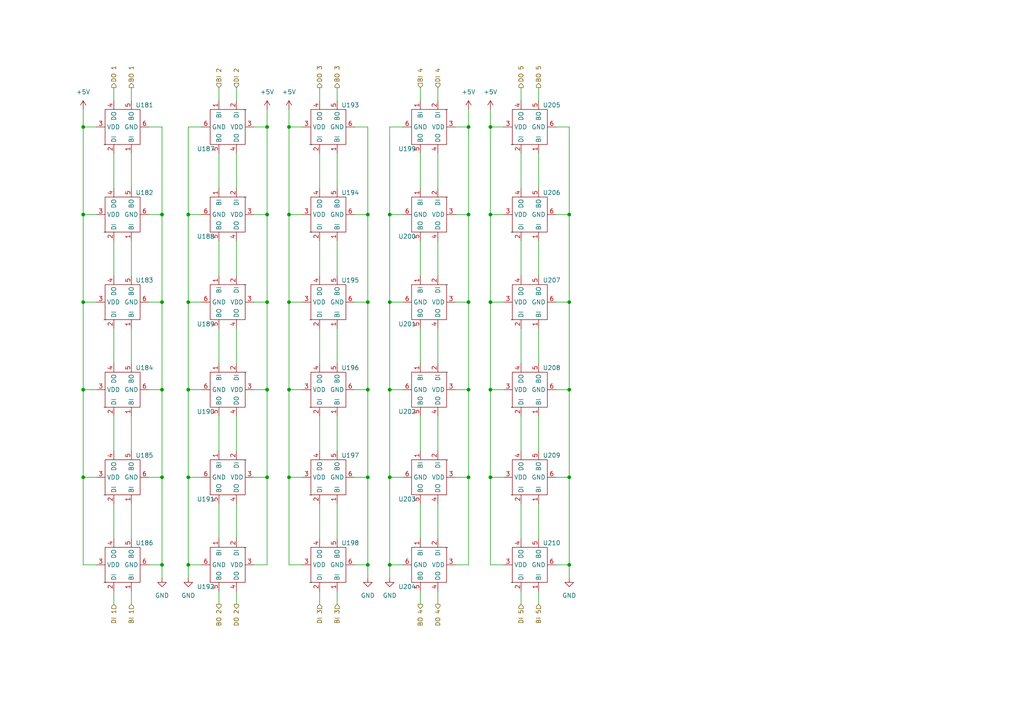
<source format=kicad_sch>
(kicad_sch (version 20231120) (generator "eeschema") (generator_version "8.0")
  (paper "A4")
  (lib_symbols
    (symbol "Dustins_Symbols:WS2816C"
      (property "Reference" "U" (at 10.16 11.43 0))
      (symbol "WS2816C_0_1"
        (rectangle (start 0 10.16) (end 10.16 0))
      )
      (symbol "WS2816C_1_1"
        (pin input line (at 7.62 -2.54 90) (length 2.54) (name "BI") (number "1"))
        (pin input line (at 2.54 -2.54 90) (length 2.54) (name "DI") (number "2"))
        (pin power_in line (at -2.54 5.08 0) (length 2.54) (name "VDD") (number "3"))
        (pin output line (at 2.54 12.7 270) (length 2.54) (name "DO") (number "4"))
        (pin output line (at 7.62 12.7 270) (length 2.54) (name "BO") (number "5"))
        (pin power_in line (at 12.7 5.08 180) (length 2.54) (name "GND") (number "6"))
      )
    )
    (symbol "power:+5V" (power) (pin_names (offset 0))
      (property "Value" "+5V" (at 0 3.556 0))
      (symbol "+5V_0_1"
        (polyline (pts (xy -0.762 1.27) (xy 0 2.54)))
        (polyline (pts (xy 0 0) (xy 0 2.54)))
        (polyline (pts (xy 0 2.54) (xy 0.762 1.27)))
      )
      (symbol "+5V_1_1"
        (pin power_in line (at 0 0 90) (length 0) hide (name "+5V") (number "1"))
      )
    )
    (symbol "power:GND" (power) (pin_names (offset 0))
      (property "Value" "GND" (at 0 -3.81 0))
      (symbol "GND_0_1"
        (polyline (pts (xy 0 0) (xy 0 -1.27) (xy 1.27 -1.27) (xy 0 -2.54) (xy -1.27 -1.27) (xy 0 -1.27)))
      )
      (symbol "GND_1_1"
        (pin power_in line (at 0 0 270) (length 0) hide (name "GND") (number "1"))
      )
    )
  )
  (junction (at 24.13 62.23))
  (junction (at 113.03 87.63))
  (junction (at 106.68 138.43))
  (junction (at 83.82 62.23))
  (junction (at 24.13 36.83))
  (junction (at 77.47 138.43))
  (junction (at 135.89 62.23))
  (junction (at 83.82 87.63))
  (junction (at 135.89 36.83))
  (junction (at 113.03 113.03))
  (junction (at 24.13 138.43))
  (junction (at 83.82 113.03))
  (junction (at 165.1 87.63))
  (junction (at 142.24 138.43))
  (junction (at 83.82 138.43))
  (junction (at 165.1 163.83))
  (junction (at 106.68 163.83))
  (junction (at 54.61 138.43))
  (junction (at 135.89 138.43))
  (junction (at 46.99 62.23))
  (junction (at 46.99 113.03))
  (junction (at 113.03 163.83))
  (junction (at 77.47 87.63))
  (junction (at 165.1 62.23))
  (junction (at 106.68 62.23))
  (junction (at 77.47 36.83))
  (junction (at 142.24 62.23))
  (junction (at 135.89 113.03))
  (junction (at 54.61 87.63))
  (junction (at 83.82 36.83))
  (junction (at 135.89 87.63))
  (junction (at 106.68 87.63))
  (junction (at 24.13 113.03))
  (junction (at 77.47 113.03))
  (junction (at 165.1 138.43))
  (junction (at 142.24 113.03))
  (junction (at 54.61 113.03))
  (junction (at 46.99 87.63))
  (junction (at 142.24 87.63))
  (junction (at 113.03 62.23))
  (junction (at 165.1 113.03))
  (junction (at 46.99 138.43))
  (junction (at 142.24 36.83))
  (junction (at 77.47 62.23))
  (junction (at 24.13 87.63))
  (junction (at 54.61 62.23))
  (junction (at 54.61 163.83))
  (junction (at 46.99 163.83))
  (junction (at 106.68 113.03))
  (junction (at 113.03 138.43))
  (wire (pts (xy 24.13 87.63) (xy 24.13 113.03)))
  (wire (pts (xy 24.13 36.83) (xy 24.13 62.23)))
  (wire (pts (xy 24.13 138.43) (xy 27.94 138.43)))
  (wire (pts (xy 38.1 44.45) (xy 38.1 54.61)))
  (wire (pts (xy 43.18 113.03) (xy 46.99 113.03)))
  (wire (pts (xy 97.79 44.45) (xy 97.79 54.61)))
  (wire (pts (xy 77.47 113.03) (xy 77.47 87.63)))
  (wire (pts (xy 46.99 113.03) (xy 46.99 87.63)))
  (wire (pts (xy 43.18 87.63) (xy 46.99 87.63)))
  (wire (pts (xy 63.5 171.45) (xy 63.5 175.26)))
  (wire (pts (xy 113.03 62.23) (xy 113.03 36.83)))
  (wire (pts (xy 83.82 31.75) (xy 83.82 36.83)))
  (wire (pts (xy 92.71 69.85) (xy 92.71 80.01)))
  (wire (pts (xy 43.18 138.43) (xy 46.99 138.43)))
  (wire (pts (xy 142.24 31.75) (xy 142.24 36.83)))
  (wire (pts (xy 151.13 44.45) (xy 151.13 54.61)))
  (wire (pts (xy 106.68 87.63) (xy 106.68 62.23)))
  (wire (pts (xy 54.61 163.83) (xy 58.42 163.83)))
  (wire (pts (xy 43.18 62.23) (xy 46.99 62.23)))
  (wire (pts (xy 121.92 171.45) (xy 121.92 175.26)))
  (wire (pts (xy 121.92 25.4) (xy 121.92 29.21)))
  (wire (pts (xy 156.21 146.05) (xy 156.21 156.21)))
  (wire (pts (xy 151.13 120.65) (xy 151.13 130.81)))
  (wire (pts (xy 106.68 36.83) (xy 102.87 36.83)))
  (wire (pts (xy 156.21 44.45) (xy 156.21 54.61)))
  (wire (pts (xy 113.03 87.63) (xy 113.03 113.03)))
  (wire (pts (xy 97.79 69.85) (xy 97.79 80.01)))
  (wire (pts (xy 73.66 36.83) (xy 77.47 36.83)))
  (wire (pts (xy 161.29 87.63) (xy 165.1 87.63)))
  (wire (pts (xy 77.47 113.03) (xy 73.66 113.03)))
  (wire (pts (xy 63.5 156.21) (xy 63.5 146.05)))
  (wire (pts (xy 135.89 87.63) (xy 135.89 62.23)))
  (wire (pts (xy 142.24 62.23) (xy 146.05 62.23)))
  (wire (pts (xy 68.58 171.45) (xy 68.58 175.26)))
  (wire (pts (xy 46.99 138.43) (xy 46.99 113.03)))
  (wire (pts (xy 116.84 87.63) (xy 113.03 87.63)))
  (wire (pts (xy 92.71 120.65) (xy 92.71 130.81)))
  (wire (pts (xy 156.21 69.85) (xy 156.21 80.01)))
  (wire (pts (xy 127 130.81) (xy 127 120.65)))
  (wire (pts (xy 38.1 171.45) (xy 38.1 175.26)))
  (wire (pts (xy 97.79 120.65) (xy 97.79 130.81)))
  (wire (pts (xy 77.47 138.43) (xy 77.47 113.03)))
  (wire (pts (xy 151.13 69.85) (xy 151.13 80.01)))
  (wire (pts (xy 127 54.61) (xy 127 44.45)))
  (wire (pts (xy 24.13 62.23) (xy 27.94 62.23)))
  (wire (pts (xy 151.13 25.4) (xy 151.13 29.21)))
  (wire (pts (xy 77.47 87.63) (xy 77.47 62.23)))
  (wire (pts (xy 135.89 138.43) (xy 135.89 113.03)))
  (wire (pts (xy 116.84 36.83) (xy 113.03 36.83)))
  (wire (pts (xy 63.5 54.61) (xy 63.5 44.45)))
  (wire (pts (xy 116.84 62.23) (xy 113.03 62.23)))
  (wire (pts (xy 161.29 113.03) (xy 165.1 113.03)))
  (wire (pts (xy 113.03 62.23) (xy 113.03 87.63)))
  (wire (pts (xy 24.13 62.23) (xy 24.13 87.63)))
  (wire (pts (xy 132.08 36.83) (xy 135.89 36.83)))
  (wire (pts (xy 63.5 80.01) (xy 63.5 69.85)))
  (wire (pts (xy 38.1 146.05) (xy 38.1 156.21)))
  (wire (pts (xy 38.1 120.65) (xy 38.1 130.81)))
  (wire (pts (xy 68.58 105.41) (xy 68.58 95.25)))
  (wire (pts (xy 102.87 138.43) (xy 106.68 138.43)))
  (wire (pts (xy 106.68 113.03) (xy 106.68 87.63)))
  (wire (pts (xy 165.1 138.43) (xy 165.1 163.83)))
  (wire (pts (xy 68.58 80.01) (xy 68.58 69.85)))
  (wire (pts (xy 83.82 36.83) (xy 83.82 62.23)))
  (wire (pts (xy 46.99 87.63) (xy 46.99 62.23)))
  (wire (pts (xy 92.71 171.45) (xy 92.71 175.26)))
  (wire (pts (xy 87.63 36.83) (xy 83.82 36.83)))
  (wire (pts (xy 121.92 105.41) (xy 121.92 95.25)))
  (wire (pts (xy 24.13 87.63) (xy 27.94 87.63)))
  (wire (pts (xy 127 80.01) (xy 127 69.85)))
  (wire (pts (xy 87.63 163.83) (xy 83.82 163.83)))
  (wire (pts (xy 165.1 113.03) (xy 165.1 87.63)))
  (wire (pts (xy 83.82 87.63) (xy 87.63 87.63)))
  (wire (pts (xy 97.79 146.05) (xy 97.79 156.21)))
  (wire (pts (xy 102.87 113.03) (xy 106.68 113.03)))
  (wire (pts (xy 106.68 163.83) (xy 106.68 167.64)))
  (wire (pts (xy 161.29 62.23) (xy 165.1 62.23)))
  (wire (pts (xy 132.08 163.83) (xy 135.89 163.83)))
  (wire (pts (xy 102.87 163.83) (xy 106.68 163.83)))
  (wire (pts (xy 127 25.4) (xy 127 29.21)))
  (wire (pts (xy 92.71 44.45) (xy 92.71 54.61)))
  (wire (pts (xy 54.61 163.83) (xy 54.61 167.64)))
  (wire (pts (xy 121.92 130.81) (xy 121.92 120.65)))
  (wire (pts (xy 116.84 113.03) (xy 113.03 113.03)))
  (wire (pts (xy 46.99 163.83) (xy 46.99 167.64)))
  (wire (pts (xy 24.13 138.43) (xy 24.13 163.83)))
  (wire (pts (xy 165.1 138.43) (xy 165.1 113.03)))
  (wire (pts (xy 102.87 62.23) (xy 106.68 62.23)))
  (wire (pts (xy 33.02 146.05) (xy 33.02 156.21)))
  (wire (pts (xy 68.58 130.81) (xy 68.58 120.65)))
  (wire (pts (xy 156.21 25.4) (xy 156.21 29.21)))
  (wire (pts (xy 156.21 120.65) (xy 156.21 130.81)))
  (wire (pts (xy 54.61 62.23) (xy 54.61 87.63)))
  (wire (pts (xy 165.1 87.63) (xy 165.1 62.23)))
  (wire (pts (xy 135.89 113.03) (xy 132.08 113.03)))
  (wire (pts (xy 58.42 87.63) (xy 54.61 87.63)))
  (wire (pts (xy 165.1 62.23) (xy 165.1 36.83)))
  (wire (pts (xy 54.61 87.63) (xy 54.61 113.03)))
  (wire (pts (xy 142.24 113.03) (xy 142.24 138.43)))
  (wire (pts (xy 151.13 146.05) (xy 151.13 156.21)))
  (wire (pts (xy 142.24 62.23) (xy 142.24 87.63)))
  (wire (pts (xy 113.03 163.83) (xy 116.84 163.83)))
  (wire (pts (xy 135.89 62.23) (xy 135.89 36.83)))
  (wire (pts (xy 54.61 62.23) (xy 54.61 36.83)))
  (wire (pts (xy 27.94 163.83) (xy 24.13 163.83)))
  (wire (pts (xy 116.84 138.43) (xy 113.03 138.43)))
  (wire (pts (xy 151.13 95.25) (xy 151.13 105.41)))
  (wire (pts (xy 68.58 54.61) (xy 68.58 44.45)))
  (wire (pts (xy 77.47 31.75) (xy 77.47 36.83)))
  (wire (pts (xy 83.82 138.43) (xy 87.63 138.43)))
  (wire (pts (xy 63.5 130.81) (xy 63.5 120.65)))
  (wire (pts (xy 106.68 138.43) (xy 106.68 113.03)))
  (wire (pts (xy 77.47 138.43) (xy 73.66 138.43)))
  (wire (pts (xy 161.29 163.83) (xy 165.1 163.83)))
  (wire (pts (xy 142.24 87.63) (xy 142.24 113.03)))
  (wire (pts (xy 135.89 62.23) (xy 132.08 62.23)))
  (wire (pts (xy 68.58 156.21) (xy 68.58 146.05)))
  (wire (pts (xy 146.05 36.83) (xy 142.24 36.83)))
  (wire (pts (xy 58.42 36.83) (xy 54.61 36.83)))
  (wire (pts (xy 77.47 87.63) (xy 73.66 87.63)))
  (wire (pts (xy 121.92 156.21) (xy 121.92 146.05)))
  (wire (pts (xy 63.5 25.4) (xy 63.5 29.21)))
  (wire (pts (xy 77.47 163.83) (xy 77.47 138.43)))
  (wire (pts (xy 92.71 146.05) (xy 92.71 156.21)))
  (wire (pts (xy 54.61 113.03) (xy 54.61 138.43)))
  (wire (pts (xy 127 171.45) (xy 127 175.26)))
  (wire (pts (xy 77.47 62.23) (xy 73.66 62.23)))
  (wire (pts (xy 135.89 31.75) (xy 135.89 36.83)))
  (wire (pts (xy 58.42 113.03) (xy 54.61 113.03)))
  (wire (pts (xy 142.24 113.03) (xy 146.05 113.03)))
  (wire (pts (xy 102.87 87.63) (xy 106.68 87.63)))
  (wire (pts (xy 83.82 62.23) (xy 87.63 62.23)))
  (wire (pts (xy 97.79 95.25) (xy 97.79 105.41)))
  (wire (pts (xy 33.02 25.4) (xy 33.02 29.21)))
  (wire (pts (xy 33.02 171.45) (xy 33.02 175.26)))
  (wire (pts (xy 142.24 138.43) (xy 146.05 138.43)))
  (wire (pts (xy 33.02 44.45) (xy 33.02 54.61)))
  (wire (pts (xy 54.61 138.43) (xy 54.61 163.83)))
  (wire (pts (xy 38.1 95.25) (xy 38.1 105.41)))
  (wire (pts (xy 73.66 163.83) (xy 77.47 163.83)))
  (wire (pts (xy 77.47 62.23) (xy 77.47 36.83)))
  (wire (pts (xy 46.99 138.43) (xy 46.99 163.83)))
  (wire (pts (xy 135.89 87.63) (xy 132.08 87.63)))
  (wire (pts (xy 33.02 120.65) (xy 33.02 130.81)))
  (wire (pts (xy 46.99 36.83) (xy 43.18 36.83)))
  (wire (pts (xy 92.71 95.25) (xy 92.71 105.41)))
  (wire (pts (xy 113.03 163.83) (xy 113.03 167.64)))
  (wire (pts (xy 151.13 171.45) (xy 151.13 175.26)))
  (wire (pts (xy 97.79 171.45) (xy 97.79 175.26)))
  (wire (pts (xy 135.89 138.43) (xy 132.08 138.43)))
  (wire (pts (xy 106.68 138.43) (xy 106.68 163.83)))
  (wire (pts (xy 38.1 69.85) (xy 38.1 80.01)))
  (wire (pts (xy 24.13 113.03) (xy 24.13 138.43)))
  (wire (pts (xy 127 156.21) (xy 127 146.05)))
  (wire (pts (xy 33.02 95.25) (xy 33.02 105.41)))
  (wire (pts (xy 92.71 25.4) (xy 92.71 29.21)))
  (wire (pts (xy 83.82 62.23) (xy 83.82 87.63)))
  (wire (pts (xy 33.02 69.85) (xy 33.02 80.01)))
  (wire (pts (xy 113.03 138.43) (xy 113.03 163.83)))
  (wire (pts (xy 58.42 138.43) (xy 54.61 138.43)))
  (wire (pts (xy 121.92 54.61) (xy 121.92 44.45)))
  (wire (pts (xy 156.21 95.25) (xy 156.21 105.41)))
  (wire (pts (xy 142.24 36.83) (xy 142.24 62.23)))
  (wire (pts (xy 27.94 36.83) (xy 24.13 36.83)))
  (wire (pts (xy 135.89 113.03) (xy 135.89 87.63)))
  (wire (pts (xy 165.1 163.83) (xy 165.1 167.64)))
  (wire (pts (xy 24.13 113.03) (xy 27.94 113.03)))
  (wire (pts (xy 83.82 113.03) (xy 83.82 138.43)))
  (wire (pts (xy 113.03 113.03) (xy 113.03 138.43)))
  (wire (pts (xy 156.21 171.45) (xy 156.21 175.26)))
  (wire (pts (xy 161.29 138.43) (xy 165.1 138.43)))
  (wire (pts (xy 38.1 25.4) (xy 38.1 29.21)))
  (wire (pts (xy 165.1 36.83) (xy 161.29 36.83)))
  (wire (pts (xy 121.92 80.01) (xy 121.92 69.85)))
  (wire (pts (xy 97.79 25.4) (xy 97.79 29.21)))
  (wire (pts (xy 83.82 113.03) (xy 87.63 113.03)))
  (wire (pts (xy 83.82 87.63) (xy 83.82 113.03)))
  (wire (pts (xy 58.42 62.23) (xy 54.61 62.23)))
  (wire (pts (xy 63.5 105.41) (xy 63.5 95.25)))
  (wire (pts (xy 135.89 163.83) (xy 135.89 138.43)))
  (wire (pts (xy 146.05 163.83) (xy 142.24 163.83)))
  (wire (pts (xy 68.58 25.4) (xy 68.58 29.21)))
  (wire (pts (xy 127 105.41) (xy 127 95.25)))
  (wire (pts (xy 106.68 62.23) (xy 106.68 36.83)))
  (wire (pts (xy 142.24 138.43) (xy 142.24 163.83)))
  (wire (pts (xy 142.24 87.63) (xy 146.05 87.63)))
  (wire (pts (xy 24.13 31.75) (xy 24.13 36.83)))
  (wire (pts (xy 83.82 138.43) (xy 83.82 163.83)))
  (wire (pts (xy 43.18 163.83) (xy 46.99 163.83)))
  (wire (pts (xy 46.99 62.23) (xy 46.99 36.83)))
  (hierarchical_label "DO 2" (shape output) (at 68.58 175.26 270))
  (hierarchical_label "DO 4" (shape output) (at 127 175.26 270))
  (hierarchical_label "DO 1" (shape output) (at 33.02 25.4 90))
  (hierarchical_label "BI 3" (shape input) (at 97.79 175.26 270))
  (hierarchical_label "BI 5" (shape input) (at 156.21 175.26 270))
  (hierarchical_label "BO 2" (shape output) (at 63.5 175.26 270))
  (hierarchical_label "DI 4" (shape input) (at 127 25.4 90))
  (hierarchical_label "DI 1" (shape input) (at 33.02 175.26 270))
  (hierarchical_label "DO 3" (shape output) (at 92.71 25.4 90))
  (hierarchical_label "DI 2" (shape input) (at 68.58 25.4 90))
  (hierarchical_label "BO 4" (shape output) (at 121.92 175.26 270))
  (hierarchical_label "BO 1" (shape output) (at 38.1 25.4 90))
  (hierarchical_label "BI 4" (shape input) (at 121.92 25.4 90))
  (hierarchical_label "BI 1" (shape input) (at 38.1 175.26 270))
  (hierarchical_label "DI 5" (shape input) (at 151.13 175.26 270))
  (hierarchical_label "BI 2" (shape input) (at 63.5 25.4 90))
  (hierarchical_label "BO 5" (shape output) (at 156.21 25.4 90))
  (hierarchical_label "BO 3" (shape output) (at 97.79 25.4 90))
  (hierarchical_label "DO 5" (shape output) (at 151.13 25.4 90))
  (hierarchical_label "DI 3" (shape input) (at 92.71 175.26 270))
  (symbol (lib_id "Dustins_Symbols:WS2816C") (at 71.12 133.35 180) (unit 1)
    (property "Reference" "U11" (at 59.69 144.78 0))
    (property "Value" "~" (at 71.12 133.35 0))
    (property "Footprint" "Dustins_Footprints:WS2816-2121" (effects (hide yes)))
    (property "Datasheet" "https://www.lcsc.com/datasheet/lcsc_datasheet_2012110135_Worldsemi-WS2816C-2121_C965561.pdf" (effects (hide yes)))
    (instances (project "150cm_Flex" (path "" (reference "U191") (unit 1)) (path "" (reference "U461") (unit 1)) (path "" (reference "U221") (unit 1)) (path "" (reference "U431") (unit 1)) (path "" (reference "U131") (unit 1)) (path "" (reference "U401") (unit 1)) (path "" (reference "U161") (unit 1)) (path "" (reference "U371") (unit 1)) (path "" (reference "U71") (unit 1)) (path "" (reference "U341") (unit 1)) (path "" (reference "U101") (unit 1)) (path "" (reference "U311") (unit 1)) (path "" (reference "U11") (unit 1)) (path "" (reference "U281") (unit 1)) (path "" (reference "U41") (unit 1)) (path "" (reference "U251") (unit 1))))
  )
  (symbol (lib_id "Dustins_Symbols:WS2816C") (at 129.54 82.55 180) (unit 1)
    (property "Reference" "U21" (at 118.11 93.98 0))
    (property "Value" "~" (at 129.54 82.55 0))
    (property "Footprint" "Dustins_Footprints:WS2816-2121" (effects (hide yes)))
    (property "Datasheet" "https://www.lcsc.com/datasheet/lcsc_datasheet_2012110135_Worldsemi-WS2816C-2121_C965561.pdf" (effects (hide yes)))
    (instances (project "150cm_Flex" (path "" (reference "U201") (unit 1)) (path "" (reference "U471") (unit 1)) (path "" (reference "U231") (unit 1)) (path "" (reference "U441") (unit 1)) (path "" (reference "U141") (unit 1)) (path "" (reference "U411") (unit 1)) (path "" (reference "U171") (unit 1)) (path "" (reference "U381") (unit 1)) (path "" (reference "U81") (unit 1)) (path "" (reference "U351") (unit 1)) (path "" (reference "U111") (unit 1)) (path "" (reference "U321") (unit 1)) (path "" (reference "U21") (unit 1)) (path "" (reference "U291") (unit 1)) (path "" (reference "U51") (unit 1)) (path "" (reference "U261") (unit 1))))
  )
  (symbol (lib_id "Dustins_Symbols:WS2816C") (at 30.48 67.31 0) (unit 1)
    (property "Reference" "U2" (at 41.91 55.88 0))
    (property "Value" "~" (at 30.48 67.31 0))
    (property "Footprint" "Dustins_Footprints:WS2816-2121" (effects (hide yes)))
    (property "Datasheet" "https://www.lcsc.com/datasheet/lcsc_datasheet_2012110135_Worldsemi-WS2816C-2121_C965561.pdf" (effects (hide yes)))
    (instances (project "150cm_Flex" (path "" (reference "U182") (unit 1)) (path "" (reference "U452") (unit 1)) (path "" (reference "U212") (unit 1)) (path "" (reference "U422") (unit 1)) (path "" (reference "U122") (unit 1)) (path "" (reference "U392") (unit 1)) (path "" (reference "U152") (unit 1)) (path "" (reference "U362") (unit 1)) (path "" (reference "U62") (unit 1)) (path "" (reference "U332") (unit 1)) (path "" (reference "U92") (unit 1)) (path "" (reference "U302") (unit 1)) (path "" (reference "U2") (unit 1)) (path "" (reference "U272") (unit 1)) (path "" (reference "U32") (unit 1)) (path "" (reference "U242") (unit 1))))
  )
  (symbol (lib_id "Dustins_Symbols:WS2816C") (at 129.54 107.95 180) (unit 1)
    (property "Reference" "U22" (at 118.11 119.38 0))
    (property "Value" "~" (at 129.54 107.95 0))
    (property "Footprint" "Dustins_Footprints:WS2816-2121" (effects (hide yes)))
    (property "Datasheet" "https://www.lcsc.com/datasheet/lcsc_datasheet_2012110135_Worldsemi-WS2816C-2121_C965561.pdf" (effects (hide yes)))
    (instances (project "150cm_Flex" (path "" (reference "U202") (unit 1)) (path "" (reference "U472") (unit 1)) (path "" (reference "U232") (unit 1)) (path "" (reference "U442") (unit 1)) (path "" (reference "U142") (unit 1)) (path "" (reference "U412") (unit 1)) (path "" (reference "U172") (unit 1)) (path "" (reference "U382") (unit 1)) (path "" (reference "U82") (unit 1)) (path "" (reference "U352") (unit 1)) (path "" (reference "U112") (unit 1)) (path "" (reference "U322") (unit 1)) (path "" (reference "U22") (unit 1)) (path "" (reference "U292") (unit 1)) (path "" (reference "U52") (unit 1)) (path "" (reference "U262") (unit 1))))
  )
  (symbol (lib_id "power:GND") (at 106.68 167.64 0) (unit 1)
    (property "Reference" "#PWR06" (effects (hide yes)))
    (property "Value" "GND" (at 106.68 172.72 0))
    (instances (project "150cm_Flex" (path "" (reference "#PWR066") (unit 1)) (path "" (reference "#PWR0156") (unit 1)) (path "" (reference "#PWR076") (unit 1)) (path "" (reference "#PWR0146") (unit 1)) (path "" (reference "#PWR046") (unit 1)) (path "" (reference "#PWR0136") (unit 1)) (path "" (reference "#PWR056") (unit 1)) (path "" (reference "#PWR0126") (unit 1)) (path "" (reference "#PWR026") (unit 1)) (path "" (reference "#PWR0116") (unit 1)) (path "" (reference "#PWR036") (unit 1)) (path "" (reference "#PWR0106") (unit 1)) (path "" (reference "#PWR06") (unit 1)) (path "" (reference "#PWR096") (unit 1)) (path "" (reference "#PWR016") (unit 1)) (path "" (reference "#PWR086") (unit 1))))
  )
  (symbol (lib_id "Dustins_Symbols:WS2816C") (at 148.59 168.91 0) (unit 1)
    (property "Reference" "U30" (at 160.02 157.48 0))
    (property "Value" "~" (at 148.59 168.91 0))
    (property "Footprint" "Dustins_Footprints:WS2816-2121" (effects (hide yes)))
    (property "Datasheet" "https://www.lcsc.com/datasheet/lcsc_datasheet_2012110135_Worldsemi-WS2816C-2121_C965561.pdf" (effects (hide yes)))
    (instances (project "150cm_Flex" (path "" (reference "U210") (unit 1)) (path "" (reference "U480") (unit 1)) (path "" (reference "U240") (unit 1)) (path "" (reference "U450") (unit 1)) (path "" (reference "U150") (unit 1)) (path "" (reference "U420") (unit 1)) (path "" (reference "U180") (unit 1)) (path "" (reference "U390") (unit 1)) (path "" (reference "U90") (unit 1)) (path "" (reference "U360") (unit 1)) (path "" (reference "U120") (unit 1)) (path "" (reference "U330") (unit 1)) (path "" (reference "U30") (unit 1)) (path "" (reference "U300") (unit 1)) (path "" (reference "U60") (unit 1)) (path "" (reference "U270") (unit 1))))
  )
  (symbol (lib_id "Dustins_Symbols:WS2816C") (at 30.48 118.11 0) (unit 1)
    (property "Reference" "U4" (at 41.91 106.68 0))
    (property "Value" "~" (at 30.48 118.11 0))
    (property "Footprint" "Dustins_Footprints:WS2816-2121" (effects (hide yes)))
    (property "Datasheet" "https://www.lcsc.com/datasheet/lcsc_datasheet_2012110135_Worldsemi-WS2816C-2121_C965561.pdf" (effects (hide yes)))
    (instances (project "150cm_Flex" (path "" (reference "U184") (unit 1)) (path "" (reference "U454") (unit 1)) (path "" (reference "U214") (unit 1)) (path "" (reference "U424") (unit 1)) (path "" (reference "U124") (unit 1)) (path "" (reference "U394") (unit 1)) (path "" (reference "U154") (unit 1)) (path "" (reference "U364") (unit 1)) (path "" (reference "U64") (unit 1)) (path "" (reference "U334") (unit 1)) (path "" (reference "U94") (unit 1)) (path "" (reference "U304") (unit 1)) (path "" (reference "U4") (unit 1)) (path "" (reference "U274") (unit 1)) (path "" (reference "U34") (unit 1)) (path "" (reference "U244") (unit 1))))
  )
  (symbol (lib_id "power:+5V") (at 83.82 31.75 0) (unit 1)
    (property "Reference" "#PWR05" (effects (hide yes)))
    (property "Value" "+5V" (at 83.82 26.67 0))
    (instances (project "150cm_Flex" (path "" (reference "#PWR065") (unit 1)) (path "" (reference "#PWR0155") (unit 1)) (path "" (reference "#PWR075") (unit 1)) (path "" (reference "#PWR0145") (unit 1)) (path "" (reference "#PWR045") (unit 1)) (path "" (reference "#PWR0135") (unit 1)) (path "" (reference "#PWR055") (unit 1)) (path "" (reference "#PWR0125") (unit 1)) (path "" (reference "#PWR025") (unit 1)) (path "" (reference "#PWR0115") (unit 1)) (path "" (reference "#PWR035") (unit 1)) (path "" (reference "#PWR0105") (unit 1)) (path "" (reference "#PWR05") (unit 1)) (path "" (reference "#PWR095") (unit 1)) (path "" (reference "#PWR015") (unit 1)) (path "" (reference "#PWR085") (unit 1))))
  )
  (symbol (lib_id "Dustins_Symbols:WS2816C") (at 30.48 168.91 0) (unit 1)
    (property "Reference" "U6" (at 41.91 157.48 0))
    (property "Value" "~" (at 30.48 168.91 0))
    (property "Footprint" "Dustins_Footprints:WS2816-2121" (effects (hide yes)))
    (property "Datasheet" "https://www.lcsc.com/datasheet/lcsc_datasheet_2012110135_Worldsemi-WS2816C-2121_C965561.pdf" (effects (hide yes)))
    (instances (project "150cm_Flex" (path "" (reference "U186") (unit 1)) (path "" (reference "U456") (unit 1)) (path "" (reference "U216") (unit 1)) (path "" (reference "U426") (unit 1)) (path "" (reference "U126") (unit 1)) (path "" (reference "U396") (unit 1)) (path "" (reference "U156") (unit 1)) (path "" (reference "U366") (unit 1)) (path "" (reference "U66") (unit 1)) (path "" (reference "U336") (unit 1)) (path "" (reference "U96") (unit 1)) (path "" (reference "U306") (unit 1)) (path "" (reference "U6") (unit 1)) (path "" (reference "U276") (unit 1)) (path "" (reference "U36") (unit 1)) (path "" (reference "U246") (unit 1))))
  )
  (symbol (lib_id "power:+5V") (at 77.47 31.75 0) (unit 1)
    (property "Reference" "#PWR04" (effects (hide yes)))
    (property "Value" "+5V" (at 77.47 26.67 0))
    (instances (project "150cm_Flex" (path "" (reference "#PWR064") (unit 1)) (path "" (reference "#PWR0154") (unit 1)) (path "" (reference "#PWR074") (unit 1)) (path "" (reference "#PWR0144") (unit 1)) (path "" (reference "#PWR044") (unit 1)) (path "" (reference "#PWR0134") (unit 1)) (path "" (reference "#PWR054") (unit 1)) (path "" (reference "#PWR0124") (unit 1)) (path "" (reference "#PWR024") (unit 1)) (path "" (reference "#PWR0114") (unit 1)) (path "" (reference "#PWR034") (unit 1)) (path "" (reference "#PWR0104") (unit 1)) (path "" (reference "#PWR04") (unit 1)) (path "" (reference "#PWR094") (unit 1)) (path "" (reference "#PWR014") (unit 1)) (path "" (reference "#PWR084") (unit 1))))
  )
  (symbol (lib_id "Dustins_Symbols:WS2816C") (at 148.59 41.91 0) (unit 1)
    (property "Reference" "U25" (at 160.02 30.48 0))
    (property "Value" "~" (at 148.59 41.91 0))
    (property "Footprint" "Dustins_Footprints:WS2816-2121" (effects (hide yes)))
    (property "Datasheet" "https://www.lcsc.com/datasheet/lcsc_datasheet_2012110135_Worldsemi-WS2816C-2121_C965561.pdf" (effects (hide yes)))
    (instances (project "150cm_Flex" (path "" (reference "U205") (unit 1)) (path "" (reference "U475") (unit 1)) (path "" (reference "U235") (unit 1)) (path "" (reference "U445") (unit 1)) (path "" (reference "U145") (unit 1)) (path "" (reference "U415") (unit 1)) (path "" (reference "U175") (unit 1)) (path "" (reference "U385") (unit 1)) (path "" (reference "U85") (unit 1)) (path "" (reference "U355") (unit 1)) (path "" (reference "U115") (unit 1)) (path "" (reference "U325") (unit 1)) (path "" (reference "U25") (unit 1)) (path "" (reference "U295") (unit 1)) (path "" (reference "U55") (unit 1)) (path "" (reference "U265") (unit 1))))
  )
  (symbol (lib_id "Dustins_Symbols:WS2816C") (at 71.12 31.75 180) (unit 1)
    (property "Reference" "U7" (at 59.69 43.18 0))
    (property "Value" "~" (at 71.12 31.75 0))
    (property "Footprint" "Dustins_Footprints:WS2816-2121" (effects (hide yes)))
    (property "Datasheet" "https://www.lcsc.com/datasheet/lcsc_datasheet_2012110135_Worldsemi-WS2816C-2121_C965561.pdf" (effects (hide yes)))
    (instances (project "150cm_Flex" (path "" (reference "U187") (unit 1)) (path "" (reference "U457") (unit 1)) (path "" (reference "U217") (unit 1)) (path "" (reference "U427") (unit 1)) (path "" (reference "U127") (unit 1)) (path "" (reference "U397") (unit 1)) (path "" (reference "U157") (unit 1)) (path "" (reference "U367") (unit 1)) (path "" (reference "U67") (unit 1)) (path "" (reference "U337") (unit 1)) (path "" (reference "U97") (unit 1)) (path "" (reference "U307") (unit 1)) (path "" (reference "U7") (unit 1)) (path "" (reference "U277") (unit 1)) (path "" (reference "U37") (unit 1)) (path "" (reference "U247") (unit 1))))
  )
  (symbol (lib_id "Dustins_Symbols:WS2816C") (at 129.54 158.75 180) (unit 1)
    (property "Reference" "U24" (at 118.11 170.18 0))
    (property "Value" "~" (at 129.54 158.75 0))
    (property "Footprint" "Dustins_Footprints:WS2816-2121" (effects (hide yes)))
    (property "Datasheet" "https://www.lcsc.com/datasheet/lcsc_datasheet_2012110135_Worldsemi-WS2816C-2121_C965561.pdf" (effects (hide yes)))
    (instances (project "150cm_Flex" (path "" (reference "U204") (unit 1)) (path "" (reference "U474") (unit 1)) (path "" (reference "U234") (unit 1)) (path "" (reference "U444") (unit 1)) (path "" (reference "U144") (unit 1)) (path "" (reference "U414") (unit 1)) (path "" (reference "U174") (unit 1)) (path "" (reference "U384") (unit 1)) (path "" (reference "U84") (unit 1)) (path "" (reference "U354") (unit 1)) (path "" (reference "U114") (unit 1)) (path "" (reference "U324") (unit 1)) (path "" (reference "U24") (unit 1)) (path "" (reference "U294") (unit 1)) (path "" (reference "U54") (unit 1)) (path "" (reference "U264") (unit 1))))
  )
  (symbol (lib_id "power:GND") (at 54.61 167.64 0) (unit 1)
    (property "Reference" "#PWR03" (effects (hide yes)))
    (property "Value" "GND" (at 54.61 172.72 0))
    (instances (project "150cm_Flex" (path "" (reference "#PWR063") (unit 1)) (path "" (reference "#PWR0153") (unit 1)) (path "" (reference "#PWR073") (unit 1)) (path "" (reference "#PWR0143") (unit 1)) (path "" (reference "#PWR043") (unit 1)) (path "" (reference "#PWR0133") (unit 1)) (path "" (reference "#PWR053") (unit 1)) (path "" (reference "#PWR0123") (unit 1)) (path "" (reference "#PWR023") (unit 1)) (path "" (reference "#PWR0113") (unit 1)) (path "" (reference "#PWR033") (unit 1)) (path "" (reference "#PWR0103") (unit 1)) (path "" (reference "#PWR03") (unit 1)) (path "" (reference "#PWR093") (unit 1)) (path "" (reference "#PWR013") (unit 1)) (path "" (reference "#PWR083") (unit 1))))
  )
  (symbol (lib_id "Dustins_Symbols:WS2816C") (at 71.12 107.95 180) (unit 1)
    (property "Reference" "U10" (at 59.69 119.38 0))
    (property "Value" "~" (at 71.12 107.95 0))
    (property "Footprint" "Dustins_Footprints:WS2816-2121" (effects (hide yes)))
    (property "Datasheet" "https://www.lcsc.com/datasheet/lcsc_datasheet_2012110135_Worldsemi-WS2816C-2121_C965561.pdf" (effects (hide yes)))
    (instances (project "150cm_Flex" (path "" (reference "U190") (unit 1)) (path "" (reference "U460") (unit 1)) (path "" (reference "U220") (unit 1)) (path "" (reference "U430") (unit 1)) (path "" (reference "U130") (unit 1)) (path "" (reference "U400") (unit 1)) (path "" (reference "U160") (unit 1)) (path "" (reference "U370") (unit 1)) (path "" (reference "U70") (unit 1)) (path "" (reference "U340") (unit 1)) (path "" (reference "U100") (unit 1)) (path "" (reference "U310") (unit 1)) (path "" (reference "U10") (unit 1)) (path "" (reference "U280") (unit 1)) (path "" (reference "U40") (unit 1)) (path "" (reference "U250") (unit 1))))
  )
  (symbol (lib_id "Dustins_Symbols:WS2816C") (at 71.12 82.55 180) (unit 1)
    (property "Reference" "U9" (at 59.69 93.98 0))
    (property "Value" "~" (at 71.12 82.55 0))
    (property "Footprint" "Dustins_Footprints:WS2816-2121" (effects (hide yes)))
    (property "Datasheet" "https://www.lcsc.com/datasheet/lcsc_datasheet_2012110135_Worldsemi-WS2816C-2121_C965561.pdf" (effects (hide yes)))
    (instances (project "150cm_Flex" (path "" (reference "U189") (unit 1)) (path "" (reference "U459") (unit 1)) (path "" (reference "U219") (unit 1)) (path "" (reference "U429") (unit 1)) (path "" (reference "U129") (unit 1)) (path "" (reference "U399") (unit 1)) (path "" (reference "U159") (unit 1)) (path "" (reference "U369") (unit 1)) (path "" (reference "U69") (unit 1)) (path "" (reference "U339") (unit 1)) (path "" (reference "U99") (unit 1)) (path "" (reference "U309") (unit 1)) (path "" (reference "U9") (unit 1)) (path "" (reference "U279") (unit 1)) (path "" (reference "U39") (unit 1)) (path "" (reference "U249") (unit 1))))
  )
  (symbol (lib_id "power:+5V") (at 135.89 31.75 0) (unit 1)
    (property "Reference" "#PWR08" (effects (hide yes)))
    (property "Value" "+5V" (at 135.89 26.67 0))
    (instances (project "150cm_Flex" (path "" (reference "#PWR068") (unit 1)) (path "" (reference "#PWR0158") (unit 1)) (path "" (reference "#PWR078") (unit 1)) (path "" (reference "#PWR0148") (unit 1)) (path "" (reference "#PWR048") (unit 1)) (path "" (reference "#PWR0138") (unit 1)) (path "" (reference "#PWR058") (unit 1)) (path "" (reference "#PWR0128") (unit 1)) (path "" (reference "#PWR028") (unit 1)) (path "" (reference "#PWR0118") (unit 1)) (path "" (reference "#PWR038") (unit 1)) (path "" (reference "#PWR0108") (unit 1)) (path "" (reference "#PWR08") (unit 1)) (path "" (reference "#PWR098") (unit 1)) (path "" (reference "#PWR018") (unit 1)) (path "" (reference "#PWR088") (unit 1))))
  )
  (symbol (lib_id "Dustins_Symbols:WS2816C") (at 90.17 92.71 0) (unit 1)
    (property "Reference" "U15" (at 101.6 81.28 0))
    (property "Value" "~" (at 90.17 92.71 0))
    (property "Footprint" "Dustins_Footprints:WS2816-2121" (effects (hide yes)))
    (property "Datasheet" "https://www.lcsc.com/datasheet/lcsc_datasheet_2012110135_Worldsemi-WS2816C-2121_C965561.pdf" (effects (hide yes)))
    (instances (project "150cm_Flex" (path "" (reference "U195") (unit 1)) (path "" (reference "U465") (unit 1)) (path "" (reference "U225") (unit 1)) (path "" (reference "U435") (unit 1)) (path "" (reference "U135") (unit 1)) (path "" (reference "U405") (unit 1)) (path "" (reference "U165") (unit 1)) (path "" (reference "U375") (unit 1)) (path "" (reference "U75") (unit 1)) (path "" (reference "U345") (unit 1)) (path "" (reference "U105") (unit 1)) (path "" (reference "U315") (unit 1)) (path "" (reference "U15") (unit 1)) (path "" (reference "U285") (unit 1)) (path "" (reference "U45") (unit 1)) (path "" (reference "U255") (unit 1))))
  )
  (symbol (lib_id "power:GND") (at 113.03 167.64 0) (unit 1)
    (property "Reference" "#PWR07" (effects (hide yes)))
    (property "Value" "GND" (at 113.03 172.72 0))
    (instances (project "150cm_Flex" (path "" (reference "#PWR067") (unit 1)) (path "" (reference "#PWR0157") (unit 1)) (path "" (reference "#PWR077") (unit 1)) (path "" (reference "#PWR0147") (unit 1)) (path "" (reference "#PWR047") (unit 1)) (path "" (reference "#PWR0137") (unit 1)) (path "" (reference "#PWR057") (unit 1)) (path "" (reference "#PWR0127") (unit 1)) (path "" (reference "#PWR027") (unit 1)) (path "" (reference "#PWR0117") (unit 1)) (path "" (reference "#PWR037") (unit 1)) (path "" (reference "#PWR0107") (unit 1)) (path "" (reference "#PWR07") (unit 1)) (path "" (reference "#PWR097") (unit 1)) (path "" (reference "#PWR017") (unit 1)) (path "" (reference "#PWR087") (unit 1))))
  )
  (symbol (lib_id "Dustins_Symbols:WS2816C") (at 148.59 118.11 0) (unit 1)
    (property "Reference" "U28" (at 160.02 106.68 0))
    (property "Value" "~" (at 148.59 118.11 0))
    (property "Footprint" "Dustins_Footprints:WS2816-2121" (effects (hide yes)))
    (property "Datasheet" "https://www.lcsc.com/datasheet/lcsc_datasheet_2012110135_Worldsemi-WS2816C-2121_C965561.pdf" (effects (hide yes)))
    (instances (project "150cm_Flex" (path "" (reference "U208") (unit 1)) (path "" (reference "U478") (unit 1)) (path "" (reference "U238") (unit 1)) (path "" (reference "U448") (unit 1)) (path "" (reference "U148") (unit 1)) (path "" (reference "U418") (unit 1)) (path "" (reference "U178") (unit 1)) (path "" (reference "U388") (unit 1)) (path "" (reference "U88") (unit 1)) (path "" (reference "U358") (unit 1)) (path "" (reference "U118") (unit 1)) (path "" (reference "U328") (unit 1)) (path "" (reference "U28") (unit 1)) (path "" (reference "U298") (unit 1)) (path "" (reference "U58") (unit 1)) (path "" (reference "U268") (unit 1))))
  )
  (symbol (lib_id "Dustins_Symbols:WS2816C") (at 129.54 133.35 180) (unit 1)
    (property "Reference" "U23" (at 118.11 144.78 0))
    (property "Value" "~" (at 129.54 133.35 0))
    (property "Footprint" "Dustins_Footprints:WS2816-2121" (effects (hide yes)))
    (property "Datasheet" "https://www.lcsc.com/datasheet/lcsc_datasheet_2012110135_Worldsemi-WS2816C-2121_C965561.pdf" (effects (hide yes)))
    (instances (project "150cm_Flex" (path "" (reference "U203") (unit 1)) (path "" (reference "U473") (unit 1)) (path "" (reference "U233") (unit 1)) (path "" (reference "U443") (unit 1)) (path "" (reference "U143") (unit 1)) (path "" (reference "U413") (unit 1)) (path "" (reference "U173") (unit 1)) (path "" (reference "U383") (unit 1)) (path "" (reference "U83") (unit 1)) (path "" (reference "U353") (unit 1)) (path "" (reference "U113") (unit 1)) (path "" (reference "U323") (unit 1)) (path "" (reference "U23") (unit 1)) (path "" (reference "U293") (unit 1)) (path "" (reference "U53") (unit 1)) (path "" (reference "U263") (unit 1))))
  )
  (symbol (lib_id "Dustins_Symbols:WS2816C") (at 30.48 41.91 0) (unit 1)
    (property "Reference" "U1" (at 41.91 30.48 0))
    (property "Value" "~" (at 30.48 41.91 0))
    (property "Footprint" "Dustins_Footprints:WS2816-2121" (effects (hide yes)))
    (property "Datasheet" "https://www.lcsc.com/datasheet/lcsc_datasheet_2012110135_Worldsemi-WS2816C-2121_C965561.pdf" (effects (hide yes)))
    (instances (project "150cm_Flex" (path "" (reference "U181") (unit 1)) (path "" (reference "U451") (unit 1)) (path "" (reference "U211") (unit 1)) (path "" (reference "U421") (unit 1)) (path "" (reference "U121") (unit 1)) (path "" (reference "U391") (unit 1)) (path "" (reference "U151") (unit 1)) (path "" (reference "U361") (unit 1)) (path "" (reference "U61") (unit 1)) (path "" (reference "U331") (unit 1)) (path "" (reference "U91") (unit 1)) (path "" (reference "U301") (unit 1)) (path "" (reference "U1") (unit 1)) (path "" (reference "U271") (unit 1)) (path "" (reference "U31") (unit 1)) (path "" (reference "U241") (unit 1))))
  )
  (symbol (lib_id "Dustins_Symbols:WS2816C") (at 129.54 57.15 180) (unit 1)
    (property "Reference" "U20" (at 118.11 68.58 0))
    (property "Value" "~" (at 129.54 57.15 0))
    (property "Footprint" "Dustins_Footprints:WS2816-2121" (effects (hide yes)))
    (property "Datasheet" "https://www.lcsc.com/datasheet/lcsc_datasheet_2012110135_Worldsemi-WS2816C-2121_C965561.pdf" (effects (hide yes)))
    (instances (project "150cm_Flex" (path "" (reference "U200") (unit 1)) (path "" (reference "U470") (unit 1)) (path "" (reference "U230") (unit 1)) (path "" (reference "U440") (unit 1)) (path "" (reference "U140") (unit 1)) (path "" (reference "U410") (unit 1)) (path "" (reference "U170") (unit 1)) (path "" (reference "U380") (unit 1)) (path "" (reference "U80") (unit 1)) (path "" (reference "U350") (unit 1)) (path "" (reference "U110") (unit 1)) (path "" (reference "U320") (unit 1)) (path "" (reference "U20") (unit 1)) (path "" (reference "U290") (unit 1)) (path "" (reference "U50") (unit 1)) (path "" (reference "U260") (unit 1))))
  )
  (symbol (lib_id "Dustins_Symbols:WS2816C") (at 148.59 67.31 0) (unit 1)
    (property "Reference" "U26" (at 160.02 55.88 0))
    (property "Value" "~" (at 148.59 67.31 0))
    (property "Footprint" "Dustins_Footprints:WS2816-2121" (effects (hide yes)))
    (property "Datasheet" "https://www.lcsc.com/datasheet/lcsc_datasheet_2012110135_Worldsemi-WS2816C-2121_C965561.pdf" (effects (hide yes)))
    (instances (project "150cm_Flex" (path "" (reference "U206") (unit 1)) (path "" (reference "U476") (unit 1)) (path "" (reference "U236") (unit 1)) (path "" (reference "U446") (unit 1)) (path "" (reference "U146") (unit 1)) (path "" (reference "U416") (unit 1)) (path "" (reference "U176") (unit 1)) (path "" (reference "U386") (unit 1)) (path "" (reference "U86") (unit 1)) (path "" (reference "U356") (unit 1)) (path "" (reference "U116") (unit 1)) (path "" (reference "U326") (unit 1)) (path "" (reference "U26") (unit 1)) (path "" (reference "U296") (unit 1)) (path "" (reference "U56") (unit 1)) (path "" (reference "U266") (unit 1))))
  )
  (symbol (lib_id "Dustins_Symbols:WS2816C") (at 90.17 168.91 0) (unit 1)
    (property "Reference" "U18" (at 101.6 157.48 0))
    (property "Value" "~" (at 90.17 168.91 0))
    (property "Footprint" "Dustins_Footprints:WS2816-2121" (effects (hide yes)))
    (property "Datasheet" "https://www.lcsc.com/datasheet/lcsc_datasheet_2012110135_Worldsemi-WS2816C-2121_C965561.pdf" (effects (hide yes)))
    (instances (project "150cm_Flex" (path "" (reference "U198") (unit 1)) (path "" (reference "U468") (unit 1)) (path "" (reference "U228") (unit 1)) (path "" (reference "U438") (unit 1)) (path "" (reference "U138") (unit 1)) (path "" (reference "U408") (unit 1)) (path "" (reference "U168") (unit 1)) (path "" (reference "U378") (unit 1)) (path "" (reference "U78") (unit 1)) (path "" (reference "U348") (unit 1)) (path "" (reference "U108") (unit 1)) (path "" (reference "U318") (unit 1)) (path "" (reference "U18") (unit 1)) (path "" (reference "U288") (unit 1)) (path "" (reference "U48") (unit 1)) (path "" (reference "U258") (unit 1))))
  )
  (symbol (lib_id "Dustins_Symbols:WS2816C") (at 129.54 31.75 180) (unit 1)
    (property "Reference" "U19" (at 118.11 43.18 0))
    (property "Value" "~" (at 129.54 31.75 0))
    (property "Footprint" "Dustins_Footprints:WS2816-2121" (effects (hide yes)))
    (property "Datasheet" "https://www.lcsc.com/datasheet/lcsc_datasheet_2012110135_Worldsemi-WS2816C-2121_C965561.pdf" (effects (hide yes)))
    (instances (project "150cm_Flex" (path "" (reference "U199") (unit 1)) (path "" (reference "U469") (unit 1)) (path "" (reference "U229") (unit 1)) (path "" (reference "U439") (unit 1)) (path "" (reference "U139") (unit 1)) (path "" (reference "U409") (unit 1)) (path "" (reference "U169") (unit 1)) (path "" (reference "U379") (unit 1)) (path "" (reference "U79") (unit 1)) (path "" (reference "U349") (unit 1)) (path "" (reference "U109") (unit 1)) (path "" (reference "U319") (unit 1)) (path "" (reference "U19") (unit 1)) (path "" (reference "U289") (unit 1)) (path "" (reference "U49") (unit 1)) (path "" (reference "U259") (unit 1))))
  )
  (symbol (lib_id "Dustins_Symbols:WS2816C") (at 30.48 143.51 0) (unit 1)
    (property "Reference" "U5" (at 41.91 132.08 0))
    (property "Value" "~" (at 30.48 143.51 0))
    (property "Footprint" "Dustins_Footprints:WS2816-2121" (effects (hide yes)))
    (property "Datasheet" "https://www.lcsc.com/datasheet/lcsc_datasheet_2012110135_Worldsemi-WS2816C-2121_C965561.pdf" (effects (hide yes)))
    (instances (project "150cm_Flex" (path "" (reference "U185") (unit 1)) (path "" (reference "U455") (unit 1)) (path "" (reference "U215") (unit 1)) (path "" (reference "U425") (unit 1)) (path "" (reference "U125") (unit 1)) (path "" (reference "U395") (unit 1)) (path "" (reference "U155") (unit 1)) (path "" (reference "U365") (unit 1)) (path "" (reference "U65") (unit 1)) (path "" (reference "U335") (unit 1)) (path "" (reference "U95") (unit 1)) (path "" (reference "U305") (unit 1)) (path "" (reference "U5") (unit 1)) (path "" (reference "U275") (unit 1)) (path "" (reference "U35") (unit 1)) (path "" (reference "U245") (unit 1))))
  )
  (symbol (lib_id "Dustins_Symbols:WS2816C") (at 90.17 67.31 0) (unit 1)
    (property "Reference" "U14" (at 101.6 55.88 0))
    (property "Value" "~" (at 90.17 67.31 0))
    (property "Footprint" "Dustins_Footprints:WS2816-2121" (effects (hide yes)))
    (property "Datasheet" "https://www.lcsc.com/datasheet/lcsc_datasheet_2012110135_Worldsemi-WS2816C-2121_C965561.pdf" (effects (hide yes)))
    (instances (project "150cm_Flex" (path "" (reference "U194") (unit 1)) (path "" (reference "U464") (unit 1)) (path "" (reference "U224") (unit 1)) (path "" (reference "U434") (unit 1)) (path "" (reference "U134") (unit 1)) (path "" (reference "U404") (unit 1)) (path "" (reference "U164") (unit 1)) (path "" (reference "U374") (unit 1)) (path "" (reference "U74") (unit 1)) (path "" (reference "U344") (unit 1)) (path "" (reference "U104") (unit 1)) (path "" (reference "U314") (unit 1)) (path "" (reference "U14") (unit 1)) (path "" (reference "U284") (unit 1)) (path "" (reference "U44") (unit 1)) (path "" (reference "U254") (unit 1))))
  )
  (symbol (lib_id "power:+5V") (at 142.24 31.75 0) (unit 1)
    (property "Reference" "#PWR09" (effects (hide yes)))
    (property "Value" "+5V" (at 142.24 26.67 0))
    (instances (project "150cm_Flex" (path "" (reference "#PWR069") (unit 1)) (path "" (reference "#PWR0159") (unit 1)) (path "" (reference "#PWR079") (unit 1)) (path "" (reference "#PWR0149") (unit 1)) (path "" (reference "#PWR049") (unit 1)) (path "" (reference "#PWR0139") (unit 1)) (path "" (reference "#PWR059") (unit 1)) (path "" (reference "#PWR0129") (unit 1)) (path "" (reference "#PWR029") (unit 1)) (path "" (reference "#PWR0119") (unit 1)) (path "" (reference "#PWR039") (unit 1)) (path "" (reference "#PWR0109") (unit 1)) (path "" (reference "#PWR09") (unit 1)) (path "" (reference "#PWR099") (unit 1)) (path "" (reference "#PWR019") (unit 1)) (path "" (reference "#PWR089") (unit 1))))
  )
  (symbol (lib_id "Dustins_Symbols:WS2816C") (at 71.12 158.75 180) (unit 1)
    (property "Reference" "U12" (at 59.69 170.18 0))
    (property "Value" "~" (at 71.12 158.75 0))
    (property "Footprint" "Dustins_Footprints:WS2816-2121" (effects (hide yes)))
    (property "Datasheet" "https://www.lcsc.com/datasheet/lcsc_datasheet_2012110135_Worldsemi-WS2816C-2121_C965561.pdf" (effects (hide yes)))
    (instances (project "150cm_Flex" (path "" (reference "U192") (unit 1)) (path "" (reference "U462") (unit 1)) (path "" (reference "U222") (unit 1)) (path "" (reference "U432") (unit 1)) (path "" (reference "U132") (unit 1)) (path "" (reference "U402") (unit 1)) (path "" (reference "U162") (unit 1)) (path "" (reference "U372") (unit 1)) (path "" (reference "U72") (unit 1)) (path "" (reference "U342") (unit 1)) (path "" (reference "U102") (unit 1)) (path "" (reference "U312") (unit 1)) (path "" (reference "U12") (unit 1)) (path "" (reference "U282") (unit 1)) (path "" (reference "U42") (unit 1)) (path "" (reference "U252") (unit 1))))
  )
  (symbol (lib_id "power:+5V") (at 24.13 31.75 0) (unit 1)
    (property "Reference" "#PWR01" (effects (hide yes)))
    (property "Value" "+5V" (at 24.13 26.67 0))
    (instances (project "150cm_Flex" (path "" (reference "#PWR061") (unit 1)) (path "" (reference "#PWR0151") (unit 1)) (path "" (reference "#PWR071") (unit 1)) (path "" (reference "#PWR0141") (unit 1)) (path "" (reference "#PWR041") (unit 1)) (path "" (reference "#PWR0131") (unit 1)) (path "" (reference "#PWR051") (unit 1)) (path "" (reference "#PWR0121") (unit 1)) (path "" (reference "#PWR021") (unit 1)) (path "" (reference "#PWR0111") (unit 1)) (path "" (reference "#PWR031") (unit 1)) (path "" (reference "#PWR0101") (unit 1)) (path "" (reference "#PWR01") (unit 1)) (path "" (reference "#PWR091") (unit 1)) (path "" (reference "#PWR011") (unit 1)) (path "" (reference "#PWR081") (unit 1))))
  )
  (symbol (lib_id "Dustins_Symbols:WS2816C") (at 90.17 143.51 0) (unit 1)
    (property "Reference" "U17" (at 101.6 132.08 0))
    (property "Value" "~" (at 90.17 143.51 0))
    (property "Footprint" "Dustins_Footprints:WS2816-2121" (effects (hide yes)))
    (property "Datasheet" "https://www.lcsc.com/datasheet/lcsc_datasheet_2012110135_Worldsemi-WS2816C-2121_C965561.pdf" (effects (hide yes)))
    (instances (project "150cm_Flex" (path "" (reference "U197") (unit 1)) (path "" (reference "U467") (unit 1)) (path "" (reference "U227") (unit 1)) (path "" (reference "U437") (unit 1)) (path "" (reference "U137") (unit 1)) (path "" (reference "U407") (unit 1)) (path "" (reference "U167") (unit 1)) (path "" (reference "U377") (unit 1)) (path "" (reference "U77") (unit 1)) (path "" (reference "U347") (unit 1)) (path "" (reference "U107") (unit 1)) (path "" (reference "U317") (unit 1)) (path "" (reference "U17") (unit 1)) (path "" (reference "U287") (unit 1)) (path "" (reference "U47") (unit 1)) (path "" (reference "U257") (unit 1))))
  )
  (symbol (lib_id "Dustins_Symbols:WS2816C") (at 148.59 143.51 0) (unit 1)
    (property "Reference" "U29" (at 160.02 132.08 0))
    (property "Value" "~" (at 148.59 143.51 0))
    (property "Footprint" "Dustins_Footprints:WS2816-2121" (effects (hide yes)))
    (property "Datasheet" "https://www.lcsc.com/datasheet/lcsc_datasheet_2012110135_Worldsemi-WS2816C-2121_C965561.pdf" (effects (hide yes)))
    (instances (project "150cm_Flex" (path "" (reference "U209") (unit 1)) (path "" (reference "U479") (unit 1)) (path "" (reference "U239") (unit 1)) (path "" (reference "U449") (unit 1)) (path "" (reference "U149") (unit 1)) (path "" (reference "U419") (unit 1)) (path "" (reference "U179") (unit 1)) (path "" (reference "U389") (unit 1)) (path "" (reference "U89") (unit 1)) (path "" (reference "U359") (unit 1)) (path "" (reference "U119") (unit 1)) (path "" (reference "U329") (unit 1)) (path "" (reference "U29") (unit 1)) (path "" (reference "U299") (unit 1)) (path "" (reference "U59") (unit 1)) (path "" (reference "U269") (unit 1))))
  )
  (symbol (lib_id "power:GND") (at 46.99 167.64 0) (unit 1)
    (property "Reference" "#PWR02" (effects (hide yes)))
    (property "Value" "GND" (at 46.99 172.72 0))
    (instances (project "150cm_Flex" (path "" (reference "#PWR062") (unit 1)) (path "" (reference "#PWR0152") (unit 1)) (path "" (reference "#PWR072") (unit 1)) (path "" (reference "#PWR0142") (unit 1)) (path "" (reference "#PWR042") (unit 1)) (path "" (reference "#PWR0132") (unit 1)) (path "" (reference "#PWR052") (unit 1)) (path "" (reference "#PWR0122") (unit 1)) (path "" (reference "#PWR022") (unit 1)) (path "" (reference "#PWR0112") (unit 1)) (path "" (reference "#PWR032") (unit 1)) (path "" (reference "#PWR0102") (unit 1)) (path "" (reference "#PWR02") (unit 1)) (path "" (reference "#PWR092") (unit 1)) (path "" (reference "#PWR012") (unit 1)) (path "" (reference "#PWR082") (unit 1))))
  )
  (symbol (lib_id "Dustins_Symbols:WS2816C") (at 90.17 118.11 0) (unit 1)
    (property "Reference" "U16" (at 101.6 106.68 0))
    (property "Value" "~" (at 90.17 118.11 0))
    (property "Footprint" "Dustins_Footprints:WS2816-2121" (effects (hide yes)))
    (property "Datasheet" "https://www.lcsc.com/datasheet/lcsc_datasheet_2012110135_Worldsemi-WS2816C-2121_C965561.pdf" (effects (hide yes)))
    (instances (project "150cm_Flex" (path "" (reference "U196") (unit 1)) (path "" (reference "U466") (unit 1)) (path "" (reference "U226") (unit 1)) (path "" (reference "U436") (unit 1)) (path "" (reference "U136") (unit 1)) (path "" (reference "U406") (unit 1)) (path "" (reference "U166") (unit 1)) (path "" (reference "U376") (unit 1)) (path "" (reference "U76") (unit 1)) (path "" (reference "U346") (unit 1)) (path "" (reference "U106") (unit 1)) (path "" (reference "U316") (unit 1)) (path "" (reference "U16") (unit 1)) (path "" (reference "U286") (unit 1)) (path "" (reference "U46") (unit 1)) (path "" (reference "U256") (unit 1))))
  )
  (symbol (lib_id "Dustins_Symbols:WS2816C") (at 71.12 57.15 180) (unit 1)
    (property "Reference" "U8" (at 59.69 68.58 0))
    (property "Value" "~" (at 71.12 57.15 0))
    (property "Footprint" "Dustins_Footprints:WS2816-2121" (effects (hide yes)))
    (property "Datasheet" "https://www.lcsc.com/datasheet/lcsc_datasheet_2012110135_Worldsemi-WS2816C-2121_C965561.pdf" (effects (hide yes)))
    (instances (project "150cm_Flex" (path "" (reference "U188") (unit 1)) (path "" (reference "U458") (unit 1)) (path "" (reference "U218") (unit 1)) (path "" (reference "U428") (unit 1)) (path "" (reference "U128") (unit 1)) (path "" (reference "U398") (unit 1)) (path "" (reference "U158") (unit 1)) (path "" (reference "U368") (unit 1)) (path "" (reference "U68") (unit 1)) (path "" (reference "U338") (unit 1)) (path "" (reference "U98") (unit 1)) (path "" (reference "U308") (unit 1)) (path "" (reference "U8") (unit 1)) (path "" (reference "U278") (unit 1)) (path "" (reference "U38") (unit 1)) (path "" (reference "U248") (unit 1))))
  )
  (symbol (lib_id "Dustins_Symbols:WS2816C") (at 30.48 92.71 0) (unit 1)
    (property "Reference" "U3" (at 41.91 81.28 0))
    (property "Value" "~" (at 30.48 92.71 0))
    (property "Footprint" "Dustins_Footprints:WS2816-2121" (effects (hide yes)))
    (property "Datasheet" "https://www.lcsc.com/datasheet/lcsc_datasheet_2012110135_Worldsemi-WS2816C-2121_C965561.pdf" (effects (hide yes)))
    (instances (project "150cm_Flex" (path "" (reference "U183") (unit 1)) (path "" (reference "U453") (unit 1)) (path "" (reference "U213") (unit 1)) (path "" (reference "U423") (unit 1)) (path "" (reference "U123") (unit 1)) (path "" (reference "U393") (unit 1)) (path "" (reference "U153") (unit 1)) (path "" (reference "U363") (unit 1)) (path "" (reference "U63") (unit 1)) (path "" (reference "U333") (unit 1)) (path "" (reference "U93") (unit 1)) (path "" (reference "U303") (unit 1)) (path "" (reference "U3") (unit 1)) (path "" (reference "U273") (unit 1)) (path "" (reference "U33") (unit 1)) (path "" (reference "U243") (unit 1))))
  )
  (symbol (lib_id "power:GND") (at 165.1 167.64 0) (unit 1)
    (property "Reference" "#PWR010" (effects (hide yes)))
    (property "Value" "GND" (at 165.1 172.72 0))
    (instances (project "150cm_Flex" (path "" (reference "#PWR070") (unit 1)) (path "" (reference "#PWR0160") (unit 1)) (path "" (reference "#PWR080") (unit 1)) (path "" (reference "#PWR0150") (unit 1)) (path "" (reference "#PWR050") (unit 1)) (path "" (reference "#PWR0140") (unit 1)) (path "" (reference "#PWR060") (unit 1)) (path "" (reference "#PWR0130") (unit 1)) (path "" (reference "#PWR030") (unit 1)) (path "" (reference "#PWR0120") (unit 1)) (path "" (reference "#PWR040") (unit 1)) (path "" (reference "#PWR0110") (unit 1)) (path "" (reference "#PWR010") (unit 1)) (path "" (reference "#PWR0100") (unit 1)) (path "" (reference "#PWR020") (unit 1)) (path "" (reference "#PWR090") (unit 1))))
  )
  (symbol (lib_id "Dustins_Symbols:WS2816C") (at 90.17 41.91 0) (unit 1)
    (property "Reference" "U13" (at 101.6 30.48 0))
    (property "Value" "~" (at 90.17 41.91 0))
    (property "Footprint" "Dustins_Footprints:WS2816-2121" (effects (hide yes)))
    (property "Datasheet" "https://www.lcsc.com/datasheet/lcsc_datasheet_2012110135_Worldsemi-WS2816C-2121_C965561.pdf" (effects (hide yes)))
    (instances (project "150cm_Flex" (path "" (reference "U193") (unit 1)) (path "" (reference "U463") (unit 1)) (path "" (reference "U223") (unit 1)) (path "" (reference "U433") (unit 1)) (path "" (reference "U133") (unit 1)) (path "" (reference "U403") (unit 1)) (path "" (reference "U163") (unit 1)) (path "" (reference "U373") (unit 1)) (path "" (reference "U73") (unit 1)) (path "" (reference "U343") (unit 1)) (path "" (reference "U103") (unit 1)) (path "" (reference "U313") (unit 1)) (path "" (reference "U13") (unit 1)) (path "" (reference "U283") (unit 1)) (path "" (reference "U43") (unit 1)) (path "" (reference "U253") (unit 1))))
  )
  (symbol (lib_id "Dustins_Symbols:WS2816C") (at 148.59 92.71 0) (unit 1)
    (property "Reference" "U27" (at 160.02 81.28 0))
    (property "Value" "~" (at 148.59 92.71 0))
    (property "Footprint" "Dustins_Footprints:WS2816-2121" (effects (hide yes)))
    (property "Datasheet" "https://www.lcsc.com/datasheet/lcsc_datasheet_2012110135_Worldsemi-WS2816C-2121_C965561.pdf" (effects (hide yes)))
    (instances (project "150cm_Flex" (path "" (reference "U207") (unit 1)) (path "" (reference "U477") (unit 1)) (path "" (reference "U237") (unit 1)) (path "" (reference "U447") (unit 1)) (path "" (reference "U147") (unit 1)) (path "" (reference "U417") (unit 1)) (path "" (reference "U177") (unit 1)) (path "" (reference "U387") (unit 1)) (path "" (reference "U87") (unit 1)) (path "" (reference "U357") (unit 1)) (path "" (reference "U117") (unit 1)) (path "" (reference "U327") (unit 1)) (path "" (reference "U27") (unit 1)) (path "" (reference "U297") (unit 1)) (path "" (reference "U57") (unit 1)) (path "" (reference "U267") (unit 1))))
  )
)
</source>
